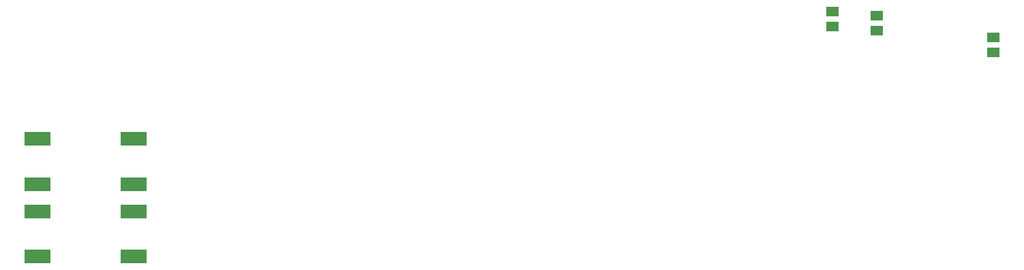
<source format=gbl>
G04 EAGLE Gerber RS-274X export*
G75*
%MOMM*%
%FSLAX34Y34*%
%LPD*%
%INSolderpaste Bottom*%
%IPPOS*%
%AMOC8*
5,1,8,0,0,1.08239X$1,22.5*%
G01*
%ADD10R,1.500000X1.300000*%
%ADD11R,3.200000X1.800000*%


D10*
X1257500Y514500D03*
X1257500Y495500D03*
X1112500Y523000D03*
X1112500Y542000D03*
X1057500Y528000D03*
X1057500Y547000D03*
D11*
X190000Y242000D03*
X190000Y298000D03*
X190000Y332000D03*
X190000Y388000D03*
X70000Y388000D03*
X70000Y332000D03*
X70000Y298000D03*
X70000Y242000D03*
M02*

</source>
